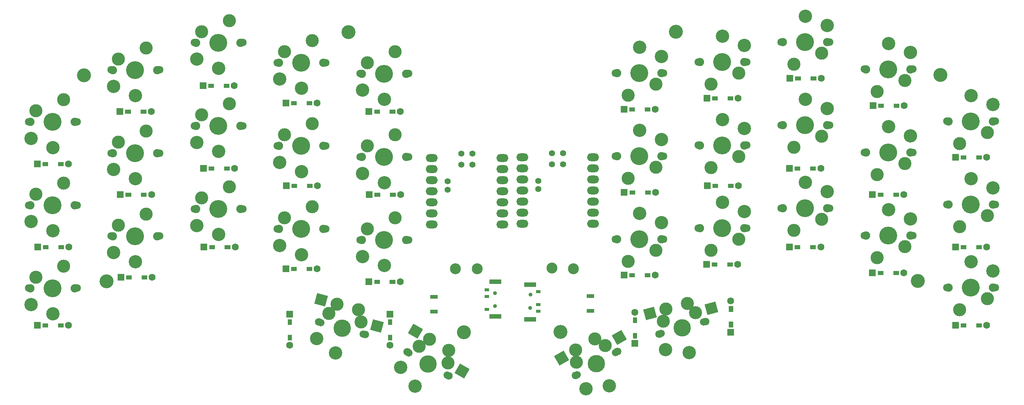
<source format=gts>
G04 #@! TF.GenerationSoftware,KiCad,Pcbnew,(6.0.9)*
G04 #@! TF.CreationDate,2022-12-29T20:14:13-03:00*
G04 #@! TF.ProjectId,pulso - high,70756c73-6f20-42d2-9068-6967682e6b69,0.3*
G04 #@! TF.SameCoordinates,Original*
G04 #@! TF.FileFunction,Soldermask,Top*
G04 #@! TF.FilePolarity,Negative*
%FSLAX46Y46*%
G04 Gerber Fmt 4.6, Leading zero omitted, Abs format (unit mm)*
G04 Created by KiCad (PCBNEW (6.0.9)) date 2022-12-29 20:14:13*
%MOMM*%
%LPD*%
G01*
G04 APERTURE LIST*
G04 Aperture macros list*
%AMRotRect*
0 Rectangle, with rotation*
0 The origin of the aperture is its center*
0 $1 length*
0 $2 width*
0 $3 Rotation angle, in degrees counterclockwise*
0 Add horizontal line*
21,1,$1,$2,0,0,$3*%
G04 Aperture macros list end*
%ADD10C,0.100000*%
%ADD11O,2.750000X1.800000*%
%ADD12C,1.397000*%
%ADD13R,1.600000X1.600000*%
%ADD14C,1.600000*%
%ADD15C,2.500000*%
%ADD16C,0.900000*%
%ADD17R,1.000000X0.700000*%
%ADD18R,2.800000X1.000000*%
%ADD19C,3.000000*%
%ADD20C,4.100000*%
%ADD21C,1.900000*%
%ADD22C,3.400000*%
%ADD23C,3.050000*%
%ADD24C,1.800000*%
%ADD25RotRect,2.550000X2.500000X210.000000*%
%ADD26C,1.701800*%
%ADD27C,3.987800*%
%ADD28C,3.200000*%
%ADD29RotRect,2.550000X2.500000X195.000000*%
%ADD30R,1.700000X0.900000*%
%ADD31RotRect,2.550000X2.500000X345.000000*%
%ADD32RotRect,2.550000X2.500000X330.000000*%
G04 APERTURE END LIST*
G36*
X176425000Y-105949038D02*
G01*
X175575000Y-105949038D01*
X175575000Y-104749038D01*
X176425000Y-104749038D01*
X176425000Y-105949038D01*
G37*
D10*
X176425000Y-105949038D02*
X175575000Y-105949038D01*
X175575000Y-104749038D01*
X176425000Y-104749038D01*
X176425000Y-105949038D01*
G36*
X176425000Y-102399038D02*
G01*
X175575000Y-102399038D01*
X175575000Y-101199038D01*
X176425000Y-101199038D01*
X176425000Y-102399038D01*
G37*
X176425000Y-102399038D02*
X175575000Y-102399038D01*
X175575000Y-101199038D01*
X176425000Y-101199038D01*
X176425000Y-102399038D01*
G36*
X251825000Y-103425000D02*
G01*
X250625000Y-103425000D01*
X250625000Y-102575000D01*
X251825000Y-102575000D01*
X251825000Y-103425000D01*
G37*
X251825000Y-103425000D02*
X250625000Y-103425000D01*
X250625000Y-102575000D01*
X251825000Y-102575000D01*
X251825000Y-103425000D01*
G36*
X255375000Y-103425000D02*
G01*
X254175000Y-103425000D01*
X254175000Y-102575000D01*
X255375000Y-102575000D01*
X255375000Y-103425000D01*
G37*
X255375000Y-103425000D02*
X254175000Y-103425000D01*
X254175000Y-102575000D01*
X255375000Y-102575000D01*
X255375000Y-103425000D01*
G36*
X232825000Y-91425000D02*
G01*
X231625000Y-91425000D01*
X231625000Y-90575000D01*
X232825000Y-90575000D01*
X232825000Y-91425000D01*
G37*
X232825000Y-91425000D02*
X231625000Y-91425000D01*
X231625000Y-90575000D01*
X232825000Y-90575000D01*
X232825000Y-91425000D01*
G36*
X236375000Y-91425000D02*
G01*
X235175000Y-91425000D01*
X235175000Y-90575000D01*
X236375000Y-90575000D01*
X236375000Y-91425000D01*
G37*
X236375000Y-91425000D02*
X235175000Y-91425000D01*
X235175000Y-90575000D01*
X236375000Y-90575000D01*
X236375000Y-91425000D01*
G36*
X213825000Y-85425000D02*
G01*
X212625000Y-85425000D01*
X212625000Y-84575000D01*
X213825000Y-84575000D01*
X213825000Y-85425000D01*
G37*
X213825000Y-85425000D02*
X212625000Y-85425000D01*
X212625000Y-84575000D01*
X213825000Y-84575000D01*
X213825000Y-85425000D01*
G36*
X217375000Y-85425000D02*
G01*
X216175000Y-85425000D01*
X216175000Y-84575000D01*
X217375000Y-84575000D01*
X217375000Y-85425000D01*
G37*
X217375000Y-85425000D02*
X216175000Y-85425000D01*
X216175000Y-84575000D01*
X217375000Y-84575000D01*
X217375000Y-85425000D01*
G36*
X194825000Y-89425000D02*
G01*
X193625000Y-89425000D01*
X193625000Y-88575000D01*
X194825000Y-88575000D01*
X194825000Y-89425000D01*
G37*
X194825000Y-89425000D02*
X193625000Y-89425000D01*
X193625000Y-88575000D01*
X194825000Y-88575000D01*
X194825000Y-89425000D01*
G36*
X198375000Y-89425000D02*
G01*
X197175000Y-89425000D01*
X197175000Y-88575000D01*
X198375000Y-88575000D01*
X198375000Y-89425000D01*
G37*
X198375000Y-89425000D02*
X197175000Y-89425000D01*
X197175000Y-88575000D01*
X198375000Y-88575000D01*
X198375000Y-89425000D01*
G36*
X251825000Y-85425000D02*
G01*
X250625000Y-85425000D01*
X250625000Y-84575000D01*
X251825000Y-84575000D01*
X251825000Y-85425000D01*
G37*
X251825000Y-85425000D02*
X250625000Y-85425000D01*
X250625000Y-84575000D01*
X251825000Y-84575000D01*
X251825000Y-85425000D01*
G36*
X255375000Y-85425000D02*
G01*
X254175000Y-85425000D01*
X254175000Y-84575000D01*
X255375000Y-84575000D01*
X255375000Y-85425000D01*
G37*
X255375000Y-85425000D02*
X254175000Y-85425000D01*
X254175000Y-84575000D01*
X255375000Y-84575000D01*
X255375000Y-85425000D01*
G36*
X232825000Y-73425000D02*
G01*
X231625000Y-73425000D01*
X231625000Y-72575000D01*
X232825000Y-72575000D01*
X232825000Y-73425000D01*
G37*
X232825000Y-73425000D02*
X231625000Y-73425000D01*
X231625000Y-72575000D01*
X232825000Y-72575000D01*
X232825000Y-73425000D01*
G36*
X236375000Y-73425000D02*
G01*
X235175000Y-73425000D01*
X235175000Y-72575000D01*
X236375000Y-72575000D01*
X236375000Y-73425000D01*
G37*
X236375000Y-73425000D02*
X235175000Y-73425000D01*
X235175000Y-72575000D01*
X236375000Y-72575000D01*
X236375000Y-73425000D01*
G36*
X213825000Y-67425000D02*
G01*
X212625000Y-67425000D01*
X212625000Y-66575000D01*
X213825000Y-66575000D01*
X213825000Y-67425000D01*
G37*
X213825000Y-67425000D02*
X212625000Y-67425000D01*
X212625000Y-66575000D01*
X213825000Y-66575000D01*
X213825000Y-67425000D01*
G36*
X217375000Y-67425000D02*
G01*
X216175000Y-67425000D01*
X216175000Y-66575000D01*
X217375000Y-66575000D01*
X217375000Y-67425000D01*
G37*
X217375000Y-67425000D02*
X216175000Y-67425000D01*
X216175000Y-66575000D01*
X217375000Y-66575000D01*
X217375000Y-67425000D01*
G36*
X195013848Y-71425000D02*
G01*
X193813848Y-71425000D01*
X193813848Y-70575000D01*
X195013848Y-70575000D01*
X195013848Y-71425000D01*
G37*
X195013848Y-71425000D02*
X193813848Y-71425000D01*
X193813848Y-70575000D01*
X195013848Y-70575000D01*
X195013848Y-71425000D01*
G36*
X198563848Y-71425000D02*
G01*
X197363848Y-71425000D01*
X197363848Y-70575000D01*
X198563848Y-70575000D01*
X198563848Y-71425000D01*
G37*
X198563848Y-71425000D02*
X197363848Y-71425000D01*
X197363848Y-70575000D01*
X198563848Y-70575000D01*
X198563848Y-71425000D01*
G36*
X198425000Y-103375000D02*
G01*
X197575000Y-103375000D01*
X197575000Y-102175000D01*
X198425000Y-102175000D01*
X198425000Y-103375000D01*
G37*
X198425000Y-103375000D02*
X197575000Y-103375000D01*
X197575000Y-102175000D01*
X198425000Y-102175000D01*
X198425000Y-103375000D01*
G36*
X198425000Y-99825000D02*
G01*
X197575000Y-99825000D01*
X197575000Y-98625000D01*
X198425000Y-98625000D01*
X198425000Y-99825000D01*
G37*
X198425000Y-99825000D02*
X197575000Y-99825000D01*
X197575000Y-98625000D01*
X198425000Y-98625000D01*
X198425000Y-99825000D01*
G36*
X120425000Y-106375000D02*
G01*
X119575000Y-106375000D01*
X119575000Y-105175000D01*
X120425000Y-105175000D01*
X120425000Y-106375000D01*
G37*
X120425000Y-106375000D02*
X119575000Y-106375000D01*
X119575000Y-105175000D01*
X120425000Y-105175000D01*
X120425000Y-106375000D01*
G36*
X120425000Y-102825000D02*
G01*
X119575000Y-102825000D01*
X119575000Y-101625000D01*
X120425000Y-101625000D01*
X120425000Y-102825000D01*
G37*
X120425000Y-102825000D02*
X119575000Y-102825000D01*
X119575000Y-101625000D01*
X120425000Y-101625000D01*
X120425000Y-102825000D01*
G36*
X97425000Y-102825000D02*
G01*
X96575000Y-102825000D01*
X96575000Y-101625000D01*
X97425000Y-101625000D01*
X97425000Y-102825000D01*
G37*
X97425000Y-102825000D02*
X96575000Y-102825000D01*
X96575000Y-101625000D01*
X97425000Y-101625000D01*
X97425000Y-102825000D01*
G36*
X97425000Y-106375000D02*
G01*
X96575000Y-106375000D01*
X96575000Y-105175000D01*
X97425000Y-105175000D01*
X97425000Y-106375000D01*
G37*
X97425000Y-106375000D02*
X96575000Y-106375000D01*
X96575000Y-105175000D01*
X97425000Y-105175000D01*
X97425000Y-106375000D01*
G36*
X175938848Y-53865000D02*
G01*
X174738848Y-53865000D01*
X174738848Y-53015000D01*
X175938848Y-53015000D01*
X175938848Y-53865000D01*
G37*
X175938848Y-53865000D02*
X174738848Y-53865000D01*
X174738848Y-53015000D01*
X175938848Y-53015000D01*
X175938848Y-53865000D01*
G36*
X179488848Y-53865000D02*
G01*
X178288848Y-53865000D01*
X178288848Y-53015000D01*
X179488848Y-53015000D01*
X179488848Y-53865000D01*
G37*
X179488848Y-53865000D02*
X178288848Y-53865000D01*
X178288848Y-53015000D01*
X179488848Y-53015000D01*
X179488848Y-53865000D01*
G36*
X176013848Y-72965000D02*
G01*
X174813848Y-72965000D01*
X174813848Y-72115000D01*
X176013848Y-72115000D01*
X176013848Y-72965000D01*
G37*
X176013848Y-72965000D02*
X174813848Y-72965000D01*
X174813848Y-72115000D01*
X176013848Y-72115000D01*
X176013848Y-72965000D01*
G36*
X179563848Y-72965000D02*
G01*
X178363848Y-72965000D01*
X178363848Y-72115000D01*
X179563848Y-72115000D01*
X179563848Y-72965000D01*
G37*
X179563848Y-72965000D02*
X178363848Y-72965000D01*
X178363848Y-72115000D01*
X179563848Y-72115000D01*
X179563848Y-72965000D01*
G36*
X175938848Y-91915000D02*
G01*
X174738848Y-91915000D01*
X174738848Y-91065000D01*
X175938848Y-91065000D01*
X175938848Y-91915000D01*
G37*
X175938848Y-91915000D02*
X174738848Y-91915000D01*
X174738848Y-91065000D01*
X175938848Y-91065000D01*
X175938848Y-91915000D01*
G36*
X179488848Y-91915000D02*
G01*
X178288848Y-91915000D01*
X178288848Y-91065000D01*
X179488848Y-91065000D01*
X179488848Y-91915000D01*
G37*
X179488848Y-91915000D02*
X178288848Y-91915000D01*
X178288848Y-91065000D01*
X179488848Y-91065000D01*
X179488848Y-91915000D01*
G36*
X194938848Y-51340000D02*
G01*
X193738848Y-51340000D01*
X193738848Y-50490000D01*
X194938848Y-50490000D01*
X194938848Y-51340000D01*
G37*
X194938848Y-51340000D02*
X193738848Y-51340000D01*
X193738848Y-50490000D01*
X194938848Y-50490000D01*
X194938848Y-51340000D01*
G36*
X198488848Y-51340000D02*
G01*
X197288848Y-51340000D01*
X197288848Y-50490000D01*
X198488848Y-50490000D01*
X198488848Y-51340000D01*
G37*
X198488848Y-51340000D02*
X197288848Y-51340000D01*
X197288848Y-50490000D01*
X198488848Y-50490000D01*
X198488848Y-51340000D01*
G36*
X213928848Y-46748000D02*
G01*
X212728848Y-46748000D01*
X212728848Y-45898000D01*
X213928848Y-45898000D01*
X213928848Y-46748000D01*
G37*
X213928848Y-46748000D02*
X212728848Y-46748000D01*
X212728848Y-45898000D01*
X213928848Y-45898000D01*
X213928848Y-46748000D01*
G36*
X217478848Y-46748000D02*
G01*
X216278848Y-46748000D01*
X216278848Y-45898000D01*
X217478848Y-45898000D01*
X217478848Y-46748000D01*
G37*
X217478848Y-46748000D02*
X216278848Y-46748000D01*
X216278848Y-45898000D01*
X217478848Y-45898000D01*
X217478848Y-46748000D01*
G36*
X232928848Y-52998000D02*
G01*
X231728848Y-52998000D01*
X231728848Y-52148000D01*
X232928848Y-52148000D01*
X232928848Y-52998000D01*
G37*
X232928848Y-52998000D02*
X231728848Y-52998000D01*
X231728848Y-52148000D01*
X232928848Y-52148000D01*
X232928848Y-52998000D01*
G36*
X236478848Y-52998000D02*
G01*
X235278848Y-52998000D01*
X235278848Y-52148000D01*
X236478848Y-52148000D01*
X236478848Y-52998000D01*
G37*
X236478848Y-52998000D02*
X235278848Y-52998000D01*
X235278848Y-52148000D01*
X236478848Y-52148000D01*
X236478848Y-52998000D01*
G36*
X255381000Y-64929295D02*
G01*
X254181000Y-64929295D01*
X254181000Y-64079295D01*
X255381000Y-64079295D01*
X255381000Y-64929295D01*
G37*
X255381000Y-64929295D02*
X254181000Y-64929295D01*
X254181000Y-64079295D01*
X255381000Y-64079295D01*
X255381000Y-64929295D01*
G36*
X251831000Y-64929295D02*
G01*
X250631000Y-64929295D01*
X250631000Y-64079295D01*
X251831000Y-64079295D01*
X251831000Y-64929295D01*
G37*
X251831000Y-64929295D02*
X250631000Y-64929295D01*
X250631000Y-64079295D01*
X251831000Y-64079295D01*
X251831000Y-64929295D01*
G36*
X117586652Y-93425000D02*
G01*
X116386652Y-93425000D01*
X116386652Y-92575000D01*
X117586652Y-92575000D01*
X117586652Y-93425000D01*
G37*
X117586652Y-93425000D02*
X116386652Y-93425000D01*
X116386652Y-92575000D01*
X117586652Y-92575000D01*
X117586652Y-93425000D01*
G36*
X121136652Y-93425000D02*
G01*
X119936652Y-93425000D01*
X119936652Y-92575000D01*
X121136652Y-92575000D01*
X121136652Y-93425000D01*
G37*
X121136652Y-93425000D02*
X119936652Y-93425000D01*
X119936652Y-92575000D01*
X121136652Y-92575000D01*
X121136652Y-93425000D01*
G36*
X121136652Y-54425000D02*
G01*
X119936652Y-54425000D01*
X119936652Y-53575000D01*
X121136652Y-53575000D01*
X121136652Y-54425000D01*
G37*
X121136652Y-54425000D02*
X119936652Y-54425000D01*
X119936652Y-53575000D01*
X121136652Y-53575000D01*
X121136652Y-54425000D01*
G36*
X117586652Y-54425000D02*
G01*
X116386652Y-54425000D01*
X116386652Y-53575000D01*
X117586652Y-53575000D01*
X117586652Y-54425000D01*
G37*
X117586652Y-54425000D02*
X116386652Y-54425000D01*
X116386652Y-53575000D01*
X117586652Y-53575000D01*
X117586652Y-54425000D01*
G36*
X117661652Y-73425000D02*
G01*
X116461652Y-73425000D01*
X116461652Y-72575000D01*
X117661652Y-72575000D01*
X117661652Y-73425000D01*
G37*
X117661652Y-73425000D02*
X116461652Y-73425000D01*
X116461652Y-72575000D01*
X117661652Y-72575000D01*
X117661652Y-73425000D01*
G36*
X121211652Y-73425000D02*
G01*
X120011652Y-73425000D01*
X120011652Y-72575000D01*
X121211652Y-72575000D01*
X121211652Y-73425000D01*
G37*
X121211652Y-73425000D02*
X120011652Y-73425000D01*
X120011652Y-72575000D01*
X121211652Y-72575000D01*
X121211652Y-73425000D01*
G36*
X98586652Y-90425000D02*
G01*
X97386652Y-90425000D01*
X97386652Y-89575000D01*
X98586652Y-89575000D01*
X98586652Y-90425000D01*
G37*
X98586652Y-90425000D02*
X97386652Y-90425000D01*
X97386652Y-89575000D01*
X98586652Y-89575000D01*
X98586652Y-90425000D01*
G36*
X102136652Y-90425000D02*
G01*
X100936652Y-90425000D01*
X100936652Y-89575000D01*
X102136652Y-89575000D01*
X102136652Y-90425000D01*
G37*
X102136652Y-90425000D02*
X100936652Y-90425000D01*
X100936652Y-89575000D01*
X102136652Y-89575000D01*
X102136652Y-90425000D01*
G36*
X102136652Y-52425000D02*
G01*
X100936652Y-52425000D01*
X100936652Y-51575000D01*
X102136652Y-51575000D01*
X102136652Y-52425000D01*
G37*
X102136652Y-52425000D02*
X100936652Y-52425000D01*
X100936652Y-51575000D01*
X102136652Y-51575000D01*
X102136652Y-52425000D01*
G36*
X98586652Y-52425000D02*
G01*
X97386652Y-52425000D01*
X97386652Y-51575000D01*
X98586652Y-51575000D01*
X98586652Y-52425000D01*
G37*
X98586652Y-52425000D02*
X97386652Y-52425000D01*
X97386652Y-51575000D01*
X98586652Y-51575000D01*
X98586652Y-52425000D01*
G36*
X98661652Y-71425000D02*
G01*
X97461652Y-71425000D01*
X97461652Y-70575000D01*
X98661652Y-70575000D01*
X98661652Y-71425000D01*
G37*
X98661652Y-71425000D02*
X97461652Y-71425000D01*
X97461652Y-70575000D01*
X98661652Y-70575000D01*
X98661652Y-71425000D01*
G36*
X102211652Y-71425000D02*
G01*
X101011652Y-71425000D01*
X101011652Y-70575000D01*
X102211652Y-70575000D01*
X102211652Y-71425000D01*
G37*
X102211652Y-71425000D02*
X101011652Y-71425000D01*
X101011652Y-70575000D01*
X102211652Y-70575000D01*
X102211652Y-71425000D01*
G36*
X79825000Y-85425000D02*
G01*
X78625000Y-85425000D01*
X78625000Y-84575000D01*
X79825000Y-84575000D01*
X79825000Y-85425000D01*
G37*
X79825000Y-85425000D02*
X78625000Y-85425000D01*
X78625000Y-84575000D01*
X79825000Y-84575000D01*
X79825000Y-85425000D01*
G36*
X83375000Y-85425000D02*
G01*
X82175000Y-85425000D01*
X82175000Y-84575000D01*
X83375000Y-84575000D01*
X83375000Y-85425000D01*
G37*
X83375000Y-85425000D02*
X82175000Y-85425000D01*
X82175000Y-84575000D01*
X83375000Y-84575000D01*
X83375000Y-85425000D01*
G36*
X79671652Y-67425000D02*
G01*
X78471652Y-67425000D01*
X78471652Y-66575000D01*
X79671652Y-66575000D01*
X79671652Y-67425000D01*
G37*
X79671652Y-67425000D02*
X78471652Y-67425000D01*
X78471652Y-66575000D01*
X79671652Y-66575000D01*
X79671652Y-67425000D01*
G36*
X83221652Y-67425000D02*
G01*
X82021652Y-67425000D01*
X82021652Y-66575000D01*
X83221652Y-66575000D01*
X83221652Y-67425000D01*
G37*
X83221652Y-67425000D02*
X82021652Y-67425000D01*
X82021652Y-66575000D01*
X83221652Y-66575000D01*
X83221652Y-67425000D01*
G36*
X83146652Y-48425000D02*
G01*
X81946652Y-48425000D01*
X81946652Y-47575000D01*
X83146652Y-47575000D01*
X83146652Y-48425000D01*
G37*
X83146652Y-48425000D02*
X81946652Y-48425000D01*
X81946652Y-47575000D01*
X83146652Y-47575000D01*
X83146652Y-48425000D01*
G36*
X79596652Y-48425000D02*
G01*
X78396652Y-48425000D01*
X78396652Y-47575000D01*
X79596652Y-47575000D01*
X79596652Y-48425000D01*
G37*
X79596652Y-48425000D02*
X78396652Y-48425000D01*
X78396652Y-47575000D01*
X79596652Y-47575000D01*
X79596652Y-48425000D01*
G36*
X60825000Y-92425000D02*
G01*
X59625000Y-92425000D01*
X59625000Y-91575000D01*
X60825000Y-91575000D01*
X60825000Y-92425000D01*
G37*
X60825000Y-92425000D02*
X59625000Y-92425000D01*
X59625000Y-91575000D01*
X60825000Y-91575000D01*
X60825000Y-92425000D01*
G36*
X64375000Y-92425000D02*
G01*
X63175000Y-92425000D01*
X63175000Y-91575000D01*
X64375000Y-91575000D01*
X64375000Y-92425000D01*
G37*
X64375000Y-92425000D02*
X63175000Y-92425000D01*
X63175000Y-91575000D01*
X64375000Y-91575000D01*
X64375000Y-92425000D01*
G36*
X60671652Y-73425000D02*
G01*
X59471652Y-73425000D01*
X59471652Y-72575000D01*
X60671652Y-72575000D01*
X60671652Y-73425000D01*
G37*
X60671652Y-73425000D02*
X59471652Y-73425000D01*
X59471652Y-72575000D01*
X60671652Y-72575000D01*
X60671652Y-73425000D01*
G36*
X64221652Y-73425000D02*
G01*
X63021652Y-73425000D01*
X63021652Y-72575000D01*
X64221652Y-72575000D01*
X64221652Y-73425000D01*
G37*
X64221652Y-73425000D02*
X63021652Y-73425000D01*
X63021652Y-72575000D01*
X64221652Y-72575000D01*
X64221652Y-73425000D01*
G36*
X64146652Y-54425000D02*
G01*
X62946652Y-54425000D01*
X62946652Y-53575000D01*
X64146652Y-53575000D01*
X64146652Y-54425000D01*
G37*
X64146652Y-54425000D02*
X62946652Y-54425000D01*
X62946652Y-53575000D01*
X64146652Y-53575000D01*
X64146652Y-54425000D01*
G36*
X60596652Y-54425000D02*
G01*
X59396652Y-54425000D01*
X59396652Y-53575000D01*
X60596652Y-53575000D01*
X60596652Y-54425000D01*
G37*
X60596652Y-54425000D02*
X59396652Y-54425000D01*
X59396652Y-53575000D01*
X60596652Y-53575000D01*
X60596652Y-54425000D01*
G36*
X45319500Y-85425000D02*
G01*
X44119500Y-85425000D01*
X44119500Y-84575000D01*
X45319500Y-84575000D01*
X45319500Y-85425000D01*
G37*
X45319500Y-85425000D02*
X44119500Y-85425000D01*
X44119500Y-84575000D01*
X45319500Y-84575000D01*
X45319500Y-85425000D01*
G36*
X41769500Y-85425000D02*
G01*
X40569500Y-85425000D01*
X40569500Y-84575000D01*
X41769500Y-84575000D01*
X41769500Y-85425000D01*
G37*
X41769500Y-85425000D02*
X40569500Y-85425000D01*
X40569500Y-84575000D01*
X41769500Y-84575000D01*
X41769500Y-85425000D01*
G36*
X45244500Y-103425000D02*
G01*
X44044500Y-103425000D01*
X44044500Y-102575000D01*
X45244500Y-102575000D01*
X45244500Y-103425000D01*
G37*
X45244500Y-103425000D02*
X44044500Y-103425000D01*
X44044500Y-102575000D01*
X45244500Y-102575000D01*
X45244500Y-103425000D01*
G36*
X41694500Y-103425000D02*
G01*
X40494500Y-103425000D01*
X40494500Y-102575000D01*
X41694500Y-102575000D01*
X41694500Y-103425000D01*
G37*
X41694500Y-103425000D02*
X40494500Y-103425000D01*
X40494500Y-102575000D01*
X41694500Y-102575000D01*
X41694500Y-103425000D01*
G36*
X45244500Y-66425000D02*
G01*
X44044500Y-66425000D01*
X44044500Y-65575000D01*
X45244500Y-65575000D01*
X45244500Y-66425000D01*
G37*
X45244500Y-66425000D02*
X44044500Y-66425000D01*
X44044500Y-65575000D01*
X45244500Y-65575000D01*
X45244500Y-66425000D01*
G36*
X41694500Y-66425000D02*
G01*
X40494500Y-66425000D01*
X40494500Y-65575000D01*
X41694500Y-65575000D01*
X41694500Y-66425000D01*
G37*
X41694500Y-66425000D02*
X40494500Y-66425000D01*
X40494500Y-65575000D01*
X41694500Y-65575000D01*
X41694500Y-66425000D01*
D11*
X150255000Y-64454907D03*
X150255000Y-66994907D03*
X150255000Y-69534907D03*
X150255000Y-72074907D03*
X150255000Y-74614907D03*
X150255000Y-77154907D03*
X150255000Y-79694907D03*
X166445000Y-79694907D03*
X166445000Y-77154907D03*
X166445000Y-74614907D03*
X166445000Y-72074907D03*
X166445000Y-69534907D03*
X166445000Y-66994907D03*
X166445000Y-64454907D03*
D12*
X157080000Y-63502907D03*
X159620000Y-63502907D03*
X157080000Y-66042907D03*
X159620000Y-66042907D03*
X153905000Y-71757907D03*
X153905000Y-69852907D03*
D13*
X176000000Y-107150038D03*
D14*
X176000000Y-99998038D03*
D13*
X249424000Y-103000000D03*
D14*
X256576000Y-103000000D03*
D13*
X230424000Y-91000000D03*
D14*
X237576000Y-91000000D03*
D13*
X211424000Y-85000000D03*
D14*
X218576000Y-85000000D03*
D13*
X192424000Y-89000000D03*
D14*
X199576000Y-89000000D03*
D13*
X249424000Y-85000000D03*
D14*
X256576000Y-85000000D03*
D13*
X230424000Y-73000000D03*
D14*
X237576000Y-73000000D03*
D13*
X211424000Y-67000000D03*
D14*
X218576000Y-67000000D03*
D13*
X192612848Y-71000000D03*
D14*
X199764848Y-71000000D03*
D13*
X198000000Y-104576000D03*
D14*
X198000000Y-97424000D03*
D13*
X120000000Y-100424000D03*
D14*
X120000000Y-107576000D03*
D13*
X97000000Y-100424000D03*
D14*
X97000000Y-107576000D03*
D15*
X140000000Y-90000000D03*
X157075000Y-89900000D03*
X135000000Y-90000000D03*
X162000000Y-90000000D03*
D16*
X144000000Y-98625000D03*
X144050000Y-95625000D03*
D17*
X142200000Y-99375000D03*
X142200000Y-96375000D03*
X142200000Y-94875000D03*
D18*
X144100000Y-100975000D03*
X144100000Y-93025000D03*
D16*
X152150000Y-96000000D03*
X152100000Y-99000000D03*
D17*
X153950000Y-95250000D03*
X153950000Y-98250000D03*
X153950000Y-99750000D03*
D18*
X152050000Y-101600000D03*
X152050000Y-93650000D03*
D19*
X174473848Y-69328000D03*
D20*
X177013848Y-64248000D03*
D21*
X171933848Y-64248000D03*
D19*
X180823848Y-66788000D03*
D21*
X182093848Y-64248000D03*
D13*
X173537848Y-53440000D03*
D14*
X180689848Y-53440000D03*
D19*
X174473848Y-88363000D03*
D20*
X177013848Y-83283000D03*
D21*
X171933848Y-83283000D03*
D19*
X180823848Y-85823000D03*
D21*
X182093848Y-83283000D03*
D22*
X177091000Y-45126205D03*
D23*
X182091000Y-41326205D03*
D24*
X182591000Y-45126205D03*
X171591000Y-45126205D03*
D23*
X177091000Y-39226205D03*
D13*
X173612848Y-72540000D03*
D14*
X180764848Y-72540000D03*
D22*
X177091000Y-83251205D03*
D23*
X182091000Y-79451205D03*
D24*
X182591000Y-83251205D03*
X171591000Y-83251205D03*
D23*
X177091000Y-77351205D03*
D22*
X177091000Y-64216205D03*
D23*
X182091000Y-60416205D03*
D24*
X182591000Y-64216205D03*
X171591000Y-64216205D03*
D23*
X177091000Y-58316205D03*
D13*
X173537848Y-91490000D03*
D14*
X180689848Y-91490000D03*
D19*
X174473848Y-50238000D03*
D20*
X177013848Y-45158000D03*
D21*
X171933848Y-45158000D03*
D19*
X180823848Y-47698000D03*
D21*
X182093848Y-45158000D03*
D19*
X193473848Y-66803000D03*
D20*
X196013848Y-61723000D03*
D21*
X190933848Y-61723000D03*
D19*
X199823848Y-64263000D03*
D21*
X201093848Y-61723000D03*
D19*
X193473848Y-47713000D03*
D20*
X196013848Y-42633000D03*
D21*
X190933848Y-42633000D03*
D19*
X199823848Y-45173000D03*
D21*
X201093848Y-42633000D03*
D19*
X193473848Y-85838000D03*
D20*
X196013848Y-80758000D03*
D21*
X190933848Y-80758000D03*
D19*
X199823848Y-83298000D03*
D21*
X201093848Y-80758000D03*
D22*
X196091000Y-42601205D03*
D23*
X201091000Y-38801205D03*
D24*
X201591000Y-42601205D03*
X190591000Y-42601205D03*
D23*
X196091000Y-36701205D03*
D13*
X192537848Y-50915000D03*
D14*
X199689848Y-50915000D03*
D22*
X196091000Y-80726205D03*
D23*
X201091000Y-76926205D03*
D24*
X201591000Y-80726205D03*
X190591000Y-80726205D03*
D23*
X196091000Y-74826205D03*
D22*
X196091000Y-61691205D03*
D23*
X201091000Y-57891205D03*
D24*
X201591000Y-61691205D03*
X190591000Y-61691205D03*
D23*
X196091000Y-55791205D03*
D19*
X212463848Y-43121000D03*
D20*
X215003848Y-38041000D03*
D21*
X209923848Y-38041000D03*
D19*
X218813848Y-40581000D03*
D21*
X220083848Y-38041000D03*
D22*
X215081000Y-38009205D03*
D23*
X220081000Y-34209205D03*
D24*
X220581000Y-38009205D03*
X209581000Y-38009205D03*
D23*
X215081000Y-32109205D03*
D22*
X215081000Y-57099205D03*
D23*
X220081000Y-53299205D03*
D24*
X220581000Y-57099205D03*
X209581000Y-57099205D03*
D23*
X215081000Y-51199205D03*
D13*
X211527848Y-46323000D03*
D14*
X218679848Y-46323000D03*
D19*
X212463848Y-62211000D03*
D20*
X215003848Y-57131000D03*
D21*
X209923848Y-57131000D03*
D19*
X218813848Y-59671000D03*
D21*
X220083848Y-57131000D03*
D22*
X215081000Y-76134205D03*
D23*
X220081000Y-72334205D03*
D24*
X220581000Y-76134205D03*
X209581000Y-76134205D03*
D23*
X215081000Y-70234205D03*
D19*
X212463848Y-81246000D03*
D20*
X215003848Y-76166000D03*
D21*
X209923848Y-76166000D03*
D19*
X218813848Y-78706000D03*
D21*
X220083848Y-76166000D03*
D13*
X230527848Y-52573000D03*
D14*
X237679848Y-52573000D03*
D21*
X239083848Y-44291000D03*
D19*
X237813848Y-46831000D03*
D21*
X228923848Y-44291000D03*
D20*
X234003848Y-44291000D03*
D19*
X231463848Y-49371000D03*
X231463848Y-68461000D03*
D20*
X234003848Y-63381000D03*
D21*
X228923848Y-63381000D03*
D19*
X237813848Y-65921000D03*
D21*
X239083848Y-63381000D03*
D23*
X234081000Y-38359205D03*
D24*
X228581000Y-44259205D03*
X239581000Y-44259205D03*
D23*
X239081000Y-40459205D03*
D22*
X234081000Y-44259205D03*
X234081000Y-63349205D03*
D23*
X239081000Y-59549205D03*
D24*
X239581000Y-63349205D03*
X228581000Y-63349205D03*
D23*
X234081000Y-57449205D03*
D19*
X231463848Y-87496000D03*
D20*
X234003848Y-82416000D03*
D21*
X228923848Y-82416000D03*
D19*
X237813848Y-84956000D03*
D21*
X239083848Y-82416000D03*
D22*
X234081000Y-82384205D03*
D23*
X239081000Y-78584205D03*
D24*
X239581000Y-82384205D03*
X228581000Y-82384205D03*
D23*
X234081000Y-76484205D03*
X252983152Y-88415500D03*
D24*
X247483152Y-94315500D03*
X258483152Y-94315500D03*
D23*
X257983152Y-90515500D03*
D22*
X252983152Y-94315500D03*
D21*
X257986000Y-56222295D03*
D19*
X256716000Y-58762295D03*
D21*
X247826000Y-56222295D03*
D20*
X252906000Y-56222295D03*
D19*
X250366000Y-61302295D03*
X250366000Y-80392295D03*
D20*
X252906000Y-75312295D03*
D21*
X247826000Y-75312295D03*
D19*
X256716000Y-77852295D03*
D21*
X257986000Y-75312295D03*
D23*
X252983152Y-50290500D03*
D24*
X247483152Y-56190500D03*
X258483152Y-56190500D03*
D23*
X257983152Y-52390500D03*
D22*
X252983152Y-56190500D03*
D21*
X257986000Y-94347295D03*
D19*
X256716000Y-96887295D03*
D21*
X247826000Y-94347295D03*
D20*
X252906000Y-94347295D03*
D19*
X250366000Y-99427295D03*
D14*
X256582000Y-64504295D03*
D13*
X249430000Y-64504295D03*
D22*
X252983152Y-75280500D03*
D23*
X257983152Y-71480500D03*
D24*
X258483152Y-75280500D03*
X247483152Y-75280500D03*
D23*
X252983152Y-69380500D03*
D25*
X172508152Y-105779295D03*
X159243700Y-110504591D03*
D26*
X162831591Y-114299000D03*
X171630409Y-109219000D03*
D19*
X162491295Y-108629591D03*
D27*
X167231000Y-111759000D03*
D19*
X166890705Y-106089591D03*
X162661443Y-111464295D03*
X169260557Y-107654295D03*
D28*
X158989000Y-104477000D03*
D26*
X191815903Y-102228199D03*
D19*
X182571422Y-102075649D03*
D27*
X186909000Y-103543000D03*
D19*
X183140748Y-99293497D03*
X189931777Y-100103448D03*
X188047651Y-97978696D03*
D26*
X182002097Y-104857801D03*
D29*
X179518526Y-100264069D03*
X193553999Y-99132876D03*
D28*
X240777000Y-92793000D03*
X245984000Y-45549000D03*
D30*
X165892000Y-96313000D03*
X165892000Y-99713000D03*
D28*
X185405000Y-35643000D03*
D23*
X107494620Y-109348962D03*
D24*
X103709060Y-102226495D03*
D22*
X109021652Y-103650000D03*
D24*
X114334244Y-105073505D03*
D23*
X103208510Y-106026423D03*
D22*
X128690250Y-111875000D03*
D23*
X125740250Y-116984550D03*
X122460123Y-112665897D03*
D24*
X133453390Y-114625000D03*
X123927110Y-109125000D03*
D23*
X170225500Y-116857550D03*
D24*
X162512360Y-114498000D03*
X172038640Y-108998000D03*
D22*
X167275500Y-111748000D03*
D23*
X164845373Y-117538897D03*
X183077351Y-108538651D03*
D24*
X192236060Y-102150533D03*
D22*
X186923468Y-103574038D03*
D24*
X181610876Y-104997543D03*
D23*
X188450500Y-109273000D03*
D13*
X115185652Y-93000000D03*
D14*
X122337652Y-93000000D03*
X122337652Y-54000000D03*
D13*
X115185652Y-54000000D03*
X115260652Y-73000000D03*
D14*
X122412652Y-73000000D03*
D22*
X118738804Y-45278205D03*
D23*
X113738804Y-49078205D03*
D24*
X113238804Y-45278205D03*
X124238804Y-45278205D03*
D23*
X118738804Y-51178205D03*
D19*
X121201652Y-40230000D03*
D20*
X118661652Y-45310000D03*
D21*
X123741652Y-45310000D03*
D19*
X114851652Y-42770000D03*
D21*
X113581652Y-45310000D03*
X113581652Y-64400000D03*
D19*
X114851652Y-61860000D03*
D21*
X123741652Y-64400000D03*
D20*
X118661652Y-64400000D03*
D19*
X121201652Y-59320000D03*
D23*
X118738804Y-70268205D03*
D24*
X124238804Y-64368205D03*
X113238804Y-64368205D03*
D23*
X113738804Y-68168205D03*
D22*
X118738804Y-64368205D03*
X118738804Y-83403205D03*
D23*
X113738804Y-87203205D03*
D24*
X113238804Y-83403205D03*
X124238804Y-83403205D03*
D23*
X118738804Y-89303205D03*
D21*
X113581652Y-83435000D03*
D19*
X114851652Y-80895000D03*
D21*
X123741652Y-83435000D03*
D20*
X118661652Y-83435000D03*
D19*
X121201652Y-78355000D03*
D13*
X96185652Y-90000000D03*
D14*
X103337652Y-90000000D03*
X103337652Y-52000000D03*
D13*
X96185652Y-52000000D03*
X96260652Y-71000000D03*
D14*
X103412652Y-71000000D03*
D22*
X99738804Y-42753205D03*
D23*
X94738804Y-46553205D03*
D24*
X94238804Y-42753205D03*
X105238804Y-42753205D03*
D23*
X99738804Y-48653205D03*
D19*
X102201652Y-37705000D03*
D20*
X99661652Y-42785000D03*
D21*
X104741652Y-42785000D03*
D19*
X95851652Y-40245000D03*
D21*
X94581652Y-42785000D03*
D19*
X102201652Y-56795000D03*
D20*
X99661652Y-61875000D03*
D21*
X104741652Y-61875000D03*
D19*
X95851652Y-59335000D03*
D21*
X94581652Y-61875000D03*
D22*
X99738804Y-61843205D03*
D23*
X94738804Y-65643205D03*
D24*
X94238804Y-61843205D03*
X105238804Y-61843205D03*
D23*
X99738804Y-67743205D03*
D22*
X99738804Y-80878205D03*
D23*
X94738804Y-84678205D03*
D24*
X94238804Y-80878205D03*
X105238804Y-80878205D03*
D23*
X99738804Y-86778205D03*
D19*
X102201652Y-75830000D03*
D20*
X99661652Y-80910000D03*
D21*
X104741652Y-80910000D03*
D19*
X95851652Y-78370000D03*
D21*
X94581652Y-80910000D03*
D22*
X80748804Y-76286205D03*
D23*
X75748804Y-80086205D03*
D24*
X75248804Y-76286205D03*
X86248804Y-76286205D03*
D23*
X80748804Y-82186205D03*
D19*
X83211652Y-52203000D03*
D20*
X80671652Y-57283000D03*
D21*
X85751652Y-57283000D03*
D19*
X76861652Y-54743000D03*
D21*
X75591652Y-57283000D03*
D19*
X83211652Y-33113000D03*
D20*
X80671652Y-38193000D03*
D21*
X85751652Y-38193000D03*
D19*
X76861652Y-35653000D03*
D21*
X75591652Y-38193000D03*
D22*
X80748804Y-38161205D03*
D23*
X75748804Y-41961205D03*
D24*
X75248804Y-38161205D03*
X86248804Y-38161205D03*
D23*
X80748804Y-44061205D03*
D22*
X80748804Y-57251205D03*
D23*
X75748804Y-61051205D03*
D24*
X75248804Y-57251205D03*
X86248804Y-57251205D03*
D23*
X80748804Y-63151205D03*
D13*
X77424000Y-85000000D03*
D14*
X84576000Y-85000000D03*
D19*
X83211652Y-71238000D03*
D20*
X80671652Y-76318000D03*
D21*
X85751652Y-76318000D03*
D19*
X76861652Y-73778000D03*
D21*
X75591652Y-76318000D03*
D13*
X77270652Y-67000000D03*
D14*
X84422652Y-67000000D03*
X84347652Y-48000000D03*
D13*
X77195652Y-48000000D03*
D22*
X61748804Y-82536205D03*
D23*
X56748804Y-86336205D03*
D24*
X56248804Y-82536205D03*
X67248804Y-82536205D03*
D23*
X61748804Y-88436205D03*
D19*
X64211652Y-58453000D03*
D20*
X61671652Y-63533000D03*
D21*
X66751652Y-63533000D03*
D19*
X57861652Y-60993000D03*
D21*
X56591652Y-63533000D03*
D19*
X64211652Y-39363000D03*
D20*
X61671652Y-44443000D03*
D21*
X66751652Y-44443000D03*
D19*
X57861652Y-41903000D03*
D21*
X56591652Y-44443000D03*
D22*
X61748804Y-44411205D03*
D23*
X56748804Y-48211205D03*
D24*
X56248804Y-44411205D03*
X67248804Y-44411205D03*
D23*
X61748804Y-50311205D03*
D22*
X61748804Y-63501205D03*
D23*
X56748804Y-67301205D03*
D24*
X56248804Y-63501205D03*
X67248804Y-63501205D03*
D23*
X61748804Y-69401205D03*
D13*
X58424000Y-92000000D03*
D14*
X65576000Y-92000000D03*
D19*
X64211652Y-77488000D03*
D20*
X61671652Y-82568000D03*
D21*
X66751652Y-82568000D03*
D19*
X57861652Y-80028000D03*
D21*
X56591652Y-82568000D03*
D13*
X58270652Y-73000000D03*
D14*
X65422652Y-73000000D03*
X65347652Y-54000000D03*
D13*
X58195652Y-54000000D03*
D23*
X42846652Y-62242500D03*
D24*
X48346652Y-56342500D03*
X37346652Y-56342500D03*
D23*
X37846652Y-60142500D03*
D22*
X42846652Y-56342500D03*
D21*
X37689500Y-56374295D03*
D19*
X38959500Y-53834295D03*
D21*
X47849500Y-56374295D03*
D20*
X42769500Y-56374295D03*
D19*
X45309500Y-51294295D03*
D22*
X42846652Y-75432500D03*
D23*
X37846652Y-79232500D03*
D24*
X37346652Y-75432500D03*
X48346652Y-75432500D03*
D23*
X42846652Y-81332500D03*
D19*
X45309500Y-70384295D03*
D20*
X42769500Y-75464295D03*
D21*
X47849500Y-75464295D03*
D19*
X38959500Y-72924295D03*
D21*
X37689500Y-75464295D03*
D23*
X42846652Y-100367500D03*
D24*
X48346652Y-94467500D03*
X37346652Y-94467500D03*
D23*
X37846652Y-98267500D03*
D22*
X42846652Y-94467500D03*
D14*
X46520500Y-85000000D03*
D13*
X39368500Y-85000000D03*
D14*
X46445500Y-103000000D03*
D13*
X39293500Y-103000000D03*
D21*
X37689500Y-94499295D03*
D19*
X38959500Y-91959295D03*
D21*
X47849500Y-94499295D03*
D20*
X42769500Y-94499295D03*
D19*
X45309500Y-89419295D03*
D14*
X46445500Y-66000000D03*
D13*
X39293500Y-66000000D03*
D31*
X116978452Y-103198220D03*
X104257779Y-97160125D03*
D26*
X113925555Y-105009801D03*
D19*
X107880001Y-98130696D03*
X105995875Y-100255448D03*
X112786904Y-99445497D03*
D27*
X109018652Y-103695000D03*
D19*
X113356230Y-102227649D03*
D26*
X104111749Y-102380199D03*
D30*
X130037652Y-99865000D03*
X130037652Y-96465000D03*
D32*
X136513804Y-113491295D03*
X125789352Y-104366591D03*
D26*
X133096061Y-114451000D03*
X124297243Y-109371000D03*
D19*
X133436357Y-108781591D03*
D27*
X128696652Y-111911000D03*
D19*
X129036947Y-106241591D03*
X133266209Y-111616295D03*
X126667095Y-107806295D03*
D28*
X136938652Y-104629000D03*
X49943652Y-45701000D03*
X110522652Y-35795000D03*
X55150652Y-92945000D03*
D11*
X129530000Y-64604907D03*
X129530000Y-67144907D03*
X129530000Y-69684907D03*
X129530000Y-72224907D03*
X129530000Y-74764907D03*
X129530000Y-77304907D03*
X129530000Y-79844907D03*
X145720000Y-79844907D03*
X145720000Y-77304907D03*
X145720000Y-74764907D03*
X145720000Y-72224907D03*
X145720000Y-69684907D03*
X145720000Y-67144907D03*
X145720000Y-64604907D03*
D12*
X136355000Y-63652907D03*
X138895000Y-63652907D03*
X136355000Y-66192907D03*
X138895000Y-66192907D03*
X133180000Y-71907907D03*
X133180000Y-70002907D03*
M02*

</source>
